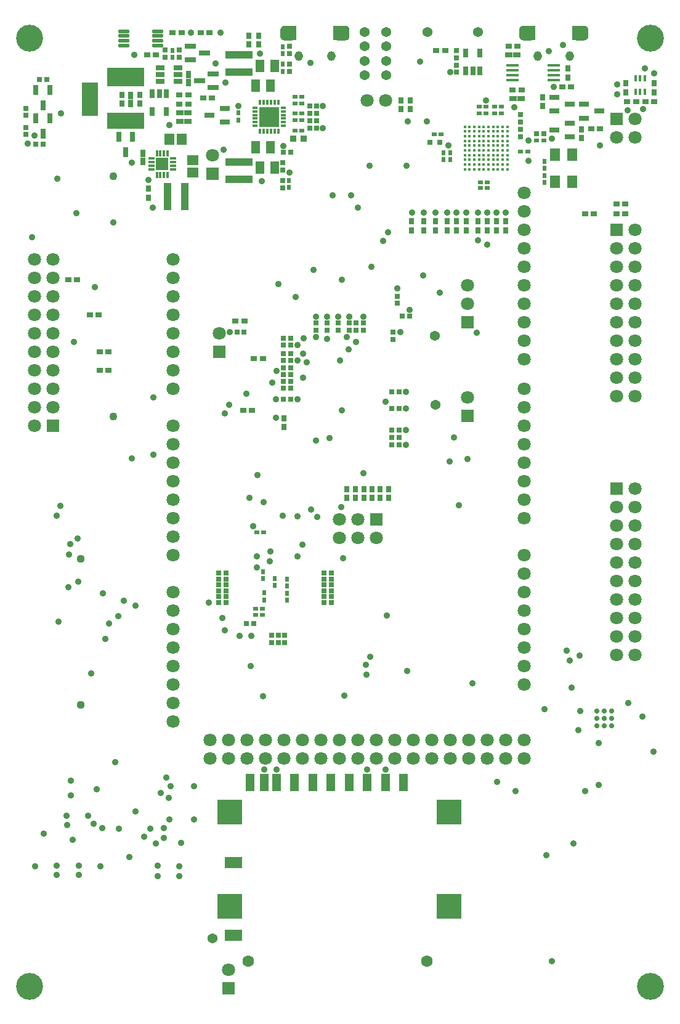
<source format=gbs>
G04 Layer_Color=16711935*
%FSLAX43Y43*%
%MOMM*%
G71*
G01*
G75*
%ADD60R,2.800X2.800*%
%ADD100C,0.700*%
%ADD105C,1.600*%
%ADD165R,0.650X0.700*%
%ADD166R,0.700X0.650*%
%ADD167R,0.900X0.750*%
%ADD168R,0.750X0.600*%
%ADD169R,0.600X0.750*%
%ADD173R,0.750X0.900*%
%ADD174R,1.192X1.700*%
%ADD176R,0.800X0.800*%
%ADD178R,1.000X0.700*%
%ADD179R,0.700X1.000*%
%ADD181R,0.862X0.862*%
%ADD184R,1.600X1.450*%
%ADD185R,1.450X1.600*%
%ADD189R,1.200X0.700*%
%ADD215R,1.400X1.700*%
%ADD231C,3.700*%
%ADD232R,1.800X1.800*%
%ADD233C,1.800*%
%ADD234C,0.100*%
G04:AMPARAMS|DCode=235|XSize=2.2mm|YSize=2mm|CornerRadius=0.544mm|HoleSize=0mm|Usage=FLASHONLY|Rotation=0.000|XOffset=0mm|YOffset=0mm|HoleType=Round|Shape=RoundedRectangle|*
%AMROUNDEDRECTD235*
21,1,2.200,0.912,0,0,0.0*
21,1,1.112,2.000,0,0,0.0*
1,1,1.088,0.556,-0.456*
1,1,1.088,-0.556,-0.456*
1,1,1.088,-0.556,0.456*
1,1,1.088,0.556,0.456*
%
%ADD235ROUNDEDRECTD235*%
G04:AMPARAMS|DCode=236|XSize=1.15mm|YSize=1.35mm|CornerRadius=0.575mm|HoleSize=0mm|Usage=FLASHONLY|Rotation=180.000|XOffset=0mm|YOffset=0mm|HoleType=Round|Shape=RoundedRectangle|*
%AMROUNDEDRECTD236*
21,1,1.150,0.200,0,0,180.0*
21,1,0.000,1.350,0,0,180.0*
1,1,1.150,0.000,0.100*
1,1,1.150,0.000,0.100*
1,1,1.150,0.000,-0.100*
1,1,1.150,0.000,-0.100*
%
%ADD236ROUNDEDRECTD236*%
%ADD237R,1.800X1.800*%
%ADD238R,0.100X0.100*%
%ADD239R,2.300X4.600*%
%ADD240R,5.100X2.300*%
%ADD241R,5.100X2.500*%
%ADD242C,1.100*%
%ADD243C,1.120*%
%ADD244C,0.650*%
%ADD245R,0.750X1.150*%
%ADD246O,1.624X0.481*%
%ADD247O,0.950X0.380*%
%ADD248O,0.380X0.950*%
%ADD249C,1.370*%
%ADD250R,0.700X1.400*%
%ADD251R,1.500X0.700*%
%ADD252R,3.800X1.080*%
%ADD253R,1.080X3.800*%
%ADD254C,0.380*%
%ADD255R,1.400X0.700*%
%ADD256R,1.800X0.450*%
%ADD257R,0.450X0.950*%
%ADD258R,3.400X3.400*%
%ADD259R,1.200X2.400*%
%ADD260R,2.400X1.500*%
%ADD261R,0.330X0.800*%
%ADD262R,0.800X0.330*%
%ADD263C,0.900*%
G36*
X-11398Y-675D02*
X-11396Y-675D01*
X-11348Y-679D01*
X-11347Y-679D01*
X-11345Y-679D01*
X-11292Y-686D01*
X-11289Y-687D01*
X-11285Y-688D01*
X-11232Y-703D01*
X-11230Y-703D01*
X-11228Y-704D01*
X-11185Y-720D01*
X-11183Y-721D01*
X-11181Y-722D01*
X-11139Y-742D01*
X-11137Y-743D01*
X-11134Y-745D01*
X-11090Y-773D01*
X-11088Y-774D01*
X-11087Y-775D01*
X-11049Y-804D01*
X-11047Y-805D01*
X-11046Y-806D01*
X-11007Y-840D01*
X-11004Y-843D01*
X-11001Y-846D01*
X-10972Y-882D01*
X-10971Y-883D01*
X-10971Y-884D01*
X-10943Y-921D01*
X-10941Y-923D01*
X-10940Y-926D01*
X-10916Y-967D01*
X-10915Y-969D01*
X-10914Y-970D01*
X-10894Y-1012D01*
X-10893Y-1014D01*
X-10892Y-1016D01*
X-10876Y-1058D01*
X-10875Y-1061D01*
X-10874Y-1064D01*
X-10862Y-1115D01*
X-10862Y-1117D01*
X-10861Y-1119D01*
X-10854Y-1164D01*
X-10854Y-1166D01*
X-10854Y-1168D01*
X-10850Y-1221D01*
X-10850Y-1223D01*
X-10850Y-1225D01*
Y-2125D01*
X-10850Y-2127D01*
X-10850Y-2129D01*
X-10854Y-2184D01*
X-10854Y-2186D01*
X-10855Y-2189D01*
X-10863Y-2234D01*
X-10863Y-2235D01*
X-10863Y-2237D01*
X-10875Y-2287D01*
X-10876Y-2290D01*
X-10877Y-2294D01*
X-10893Y-2334D01*
X-10906Y-2366D01*
X-10908Y-2370D01*
X-10910Y-2373D01*
X-10935Y-2416D01*
X-10936Y-2418D01*
X-10937Y-2420D01*
X-10963Y-2457D01*
X-10964Y-2458D01*
X-10965Y-2460D01*
X-10996Y-2498D01*
X-10999Y-2500D01*
X-11001Y-2503D01*
X-11046Y-2544D01*
X-11048Y-2546D01*
X-11050Y-2547D01*
X-11090Y-2577D01*
X-11092Y-2578D01*
X-11093Y-2579D01*
X-11139Y-2609D01*
X-11142Y-2610D01*
X-11145Y-2612D01*
X-11198Y-2636D01*
X-11201Y-2637D01*
X-11205Y-2638D01*
X-11292Y-2664D01*
X-11297Y-2665D01*
X-11301Y-2666D01*
X-11301Y-2666D01*
X-11301Y-2666D01*
X-11301D01*
X-11395Y-2675D01*
X-11398Y-2675D01*
X-11400Y-2675D01*
X-13000D01*
X-13010Y-2674D01*
X-13019Y-2671D01*
X-13028Y-2667D01*
X-13036Y-2661D01*
X-13042Y-2653D01*
X-13046Y-2644D01*
X-13049Y-2635D01*
X-13050Y-2625D01*
Y-725D01*
X-13049Y-715D01*
X-13046Y-706D01*
X-13042Y-697D01*
X-13036Y-689D01*
X-13028Y-683D01*
X-13019Y-679D01*
X-13010Y-676D01*
X-13000Y-675D01*
X-11400D01*
X-11398Y-675D01*
D02*
G37*
G36*
X-44232D02*
X-44230Y-675D01*
X-44182Y-679D01*
X-44181Y-679D01*
X-44179Y-679D01*
X-44126Y-686D01*
X-44123Y-687D01*
X-44119Y-688D01*
X-44066Y-703D01*
X-44064Y-703D01*
X-44062Y-704D01*
X-44019Y-720D01*
X-44017Y-721D01*
X-44015Y-722D01*
X-43973Y-742D01*
X-43971Y-743D01*
X-43968Y-745D01*
X-43924Y-773D01*
X-43922Y-774D01*
X-43921Y-775D01*
X-43883Y-804D01*
X-43881Y-805D01*
X-43880Y-806D01*
X-43841Y-840D01*
X-43838Y-843D01*
X-43835Y-846D01*
X-43806Y-882D01*
X-43805Y-883D01*
X-43805Y-884D01*
X-43777Y-921D01*
X-43775Y-923D01*
X-43774Y-926D01*
X-43750Y-967D01*
X-43749Y-969D01*
X-43748Y-970D01*
X-43728Y-1012D01*
X-43727Y-1014D01*
X-43726Y-1016D01*
X-43710Y-1058D01*
X-43709Y-1061D01*
X-43708Y-1064D01*
X-43696Y-1115D01*
X-43696Y-1117D01*
X-43695Y-1119D01*
X-43688Y-1164D01*
X-43688Y-1166D01*
X-43688Y-1168D01*
X-43684Y-1221D01*
X-43684Y-1223D01*
X-43684Y-1225D01*
Y-2125D01*
X-43684Y-2127D01*
X-43684Y-2129D01*
X-43688Y-2184D01*
X-43688Y-2186D01*
X-43689Y-2189D01*
X-43697Y-2234D01*
X-43697Y-2235D01*
X-43697Y-2237D01*
X-43709Y-2287D01*
X-43710Y-2290D01*
X-43711Y-2294D01*
X-43727Y-2334D01*
X-43740Y-2366D01*
X-43742Y-2370D01*
X-43744Y-2373D01*
X-43769Y-2416D01*
X-43770Y-2418D01*
X-43771Y-2420D01*
X-43797Y-2457D01*
X-43798Y-2458D01*
X-43799Y-2460D01*
X-43830Y-2498D01*
X-43833Y-2500D01*
X-43835Y-2503D01*
X-43880Y-2544D01*
X-43882Y-2546D01*
X-43884Y-2547D01*
X-43924Y-2577D01*
X-43926Y-2578D01*
X-43927Y-2579D01*
X-43973Y-2609D01*
X-43976Y-2610D01*
X-43979Y-2612D01*
X-44032Y-2636D01*
X-44035Y-2637D01*
X-44039Y-2638D01*
X-44126Y-2664D01*
X-44131Y-2665D01*
X-44135Y-2666D01*
X-44135Y-2666D01*
X-44135Y-2666D01*
X-44135D01*
X-44229Y-2675D01*
X-44232Y-2675D01*
X-44234Y-2675D01*
X-45834D01*
X-45844Y-2674D01*
X-45853Y-2671D01*
X-45862Y-2667D01*
X-45870Y-2661D01*
X-45876Y-2653D01*
X-45880Y-2644D01*
X-45883Y-2635D01*
X-45884Y-2625D01*
Y-725D01*
X-45883Y-715D01*
X-45880Y-706D01*
X-45876Y-697D01*
X-45870Y-689D01*
X-45862Y-683D01*
X-45853Y-679D01*
X-45844Y-676D01*
X-45834Y-675D01*
X-44234D01*
X-44232Y-675D01*
D02*
G37*
G36*
X-18190Y-676D02*
X-18181Y-679D01*
X-18172Y-683D01*
X-18164Y-689D01*
X-18158Y-697D01*
X-18154Y-706D01*
X-18151Y-715D01*
X-18150Y-725D01*
Y-2625D01*
X-18151Y-2635D01*
X-18154Y-2644D01*
X-18158Y-2653D01*
X-18164Y-2661D01*
X-18172Y-2667D01*
X-18181Y-2671D01*
X-18190Y-2674D01*
X-18200Y-2675D01*
X-19800D01*
X-19802Y-2675D01*
X-19804Y-2675D01*
X-19852Y-2671D01*
X-19853Y-2671D01*
X-19855Y-2671D01*
X-19908Y-2664D01*
X-19911Y-2663D01*
X-19915Y-2662D01*
X-19968Y-2647D01*
X-19970Y-2647D01*
X-19972Y-2646D01*
X-20015Y-2630D01*
X-20017Y-2629D01*
X-20019Y-2628D01*
X-20061Y-2608D01*
X-20063Y-2607D01*
X-20066Y-2605D01*
X-20110Y-2577D01*
X-20112Y-2576D01*
X-20113Y-2575D01*
X-20151Y-2546D01*
X-20153Y-2545D01*
X-20154Y-2544D01*
X-20193Y-2510D01*
X-20196Y-2507D01*
X-20199Y-2504D01*
X-20228Y-2468D01*
X-20229Y-2467D01*
X-20229Y-2466D01*
X-20257Y-2429D01*
X-20259Y-2427D01*
X-20260Y-2424D01*
X-20284Y-2383D01*
X-20285Y-2381D01*
X-20286Y-2380D01*
X-20306Y-2338D01*
X-20307Y-2336D01*
X-20308Y-2334D01*
X-20324Y-2292D01*
X-20325Y-2289D01*
X-20326Y-2286D01*
X-20338Y-2235D01*
X-20338Y-2233D01*
X-20339Y-2231D01*
X-20346Y-2186D01*
X-20346Y-2184D01*
X-20346Y-2182D01*
X-20350Y-2129D01*
X-20350Y-2127D01*
X-20350Y-2125D01*
Y-1225D01*
X-20350Y-1223D01*
X-20350Y-1221D01*
X-20346Y-1166D01*
X-20346Y-1164D01*
X-20345Y-1161D01*
X-20337Y-1116D01*
X-20337Y-1115D01*
X-20337Y-1113D01*
X-20325Y-1063D01*
X-20324Y-1060D01*
X-20323Y-1056D01*
X-20307Y-1016D01*
X-20294Y-984D01*
X-20292Y-980D01*
X-20290Y-977D01*
X-20265Y-934D01*
X-20264Y-932D01*
X-20263Y-930D01*
X-20237Y-893D01*
X-20236Y-892D01*
X-20235Y-890D01*
X-20204Y-852D01*
X-20201Y-850D01*
X-20199Y-847D01*
X-20154Y-806D01*
X-20152Y-804D01*
X-20150Y-803D01*
X-20110Y-773D01*
X-20108Y-772D01*
X-20107Y-771D01*
X-20061Y-742D01*
X-20058Y-740D01*
X-20055Y-738D01*
X-20002Y-714D01*
X-19999Y-713D01*
X-19995Y-712D01*
X-19908Y-686D01*
X-19903Y-685D01*
X-19899Y-684D01*
X-19899Y-684D01*
X-19899Y-684D01*
X-19899D01*
X-19805Y-675D01*
X-19802Y-675D01*
X-19800Y-675D01*
X-18200D01*
X-18190Y-676D01*
D02*
G37*
G36*
X-51024D02*
X-51015Y-679D01*
X-51006Y-683D01*
X-50998Y-689D01*
X-50992Y-697D01*
X-50988Y-706D01*
X-50985Y-715D01*
X-50984Y-725D01*
Y-2625D01*
X-50985Y-2635D01*
X-50988Y-2644D01*
X-50992Y-2653D01*
X-50998Y-2661D01*
X-51006Y-2667D01*
X-51015Y-2671D01*
X-51024Y-2674D01*
X-51034Y-2675D01*
X-52634D01*
X-52636Y-2675D01*
X-52638Y-2675D01*
X-52686Y-2671D01*
X-52687Y-2671D01*
X-52689Y-2671D01*
X-52742Y-2664D01*
X-52745Y-2663D01*
X-52749Y-2662D01*
X-52802Y-2647D01*
X-52804Y-2647D01*
X-52806Y-2646D01*
X-52849Y-2630D01*
X-52851Y-2629D01*
X-52853Y-2628D01*
X-52895Y-2608D01*
X-52897Y-2607D01*
X-52900Y-2605D01*
X-52944Y-2577D01*
X-52946Y-2576D01*
X-52947Y-2575D01*
X-52985Y-2546D01*
X-52987Y-2545D01*
X-52988Y-2544D01*
X-53027Y-2510D01*
X-53030Y-2507D01*
X-53033Y-2504D01*
X-53062Y-2468D01*
X-53063Y-2467D01*
X-53063Y-2466D01*
X-53091Y-2429D01*
X-53093Y-2427D01*
X-53094Y-2424D01*
X-53118Y-2383D01*
X-53119Y-2381D01*
X-53120Y-2380D01*
X-53140Y-2338D01*
X-53141Y-2336D01*
X-53142Y-2334D01*
X-53158Y-2292D01*
X-53159Y-2289D01*
X-53160Y-2286D01*
X-53172Y-2235D01*
X-53172Y-2233D01*
X-53173Y-2231D01*
X-53180Y-2186D01*
X-53180Y-2184D01*
X-53180Y-2182D01*
X-53184Y-2129D01*
X-53184Y-2127D01*
X-53184Y-2125D01*
Y-1225D01*
X-53184Y-1223D01*
X-53184Y-1221D01*
X-53180Y-1166D01*
X-53180Y-1164D01*
X-53179Y-1161D01*
X-53171Y-1116D01*
X-53171Y-1115D01*
X-53171Y-1113D01*
X-53159Y-1063D01*
X-53158Y-1060D01*
X-53157Y-1056D01*
X-53141Y-1016D01*
X-53128Y-984D01*
X-53126Y-980D01*
X-53124Y-977D01*
X-53099Y-934D01*
X-53098Y-932D01*
X-53097Y-930D01*
X-53071Y-893D01*
X-53070Y-892D01*
X-53069Y-890D01*
X-53038Y-852D01*
X-53035Y-850D01*
X-53033Y-847D01*
X-52988Y-806D01*
X-52986Y-804D01*
X-52984Y-803D01*
X-52944Y-773D01*
X-52942Y-772D01*
X-52941Y-771D01*
X-52895Y-742D01*
X-52892Y-740D01*
X-52889Y-738D01*
X-52836Y-714D01*
X-52833Y-713D01*
X-52829Y-712D01*
X-52742Y-686D01*
X-52737Y-685D01*
X-52733Y-684D01*
X-52733Y-684D01*
X-52733Y-684D01*
X-52733D01*
X-52639Y-675D01*
X-52636Y-675D01*
X-52634Y-675D01*
X-51034D01*
X-51024Y-676D01*
D02*
G37*
D60*
X-54732Y-13180D02*
D03*
D100*
X-9675Y-95875D02*
D03*
X-7675D02*
D03*
X-9675Y-96875D02*
D03*
Y-94875D02*
D03*
X-7675Y-96875D02*
D03*
Y-94875D02*
D03*
X-8675Y-95875D02*
D03*
Y-96875D02*
D03*
Y-94875D02*
D03*
D105*
X-33028Y-129200D02*
D03*
X-57628D02*
D03*
D165*
X-37725Y-42750D02*
D03*
Y-43750D02*
D03*
X-37100Y-37825D02*
D03*
Y-38825D02*
D03*
X-48250Y-41526D02*
D03*
Y-42526D02*
D03*
X-46750Y-41526D02*
D03*
Y-42526D02*
D03*
X-45250Y-41526D02*
D03*
Y-42526D02*
D03*
X-43750Y-41526D02*
D03*
Y-42526D02*
D03*
X-42750Y-41526D02*
D03*
Y-42526D02*
D03*
X-41750Y-41526D02*
D03*
Y-42526D02*
D03*
X-54350Y-85416D02*
D03*
Y-84416D02*
D03*
X-53483Y-85416D02*
D03*
Y-84416D02*
D03*
X-52617Y-85416D02*
D03*
Y-84416D02*
D03*
X-49107Y-13711D02*
D03*
Y-14711D02*
D03*
X-48207D02*
D03*
Y-13711D02*
D03*
X-88175Y-12000D02*
D03*
Y-13000D02*
D03*
X-49107Y-12693D02*
D03*
Y-11693D02*
D03*
X-88175Y-14625D02*
D03*
Y-15625D02*
D03*
X-48207Y-11693D02*
D03*
Y-12693D02*
D03*
X-51957Y-5955D02*
D03*
Y-6955D02*
D03*
X-51957Y-4505D02*
D03*
Y-3505D02*
D03*
X-52832Y-19505D02*
D03*
Y-20505D02*
D03*
X-52832Y-21930D02*
D03*
Y-22930D02*
D03*
X-28950Y-4075D02*
D03*
Y-5075D02*
D03*
X-28950Y-6075D02*
D03*
Y-7075D02*
D03*
X-20175Y-15900D02*
D03*
Y-14900D02*
D03*
Y-12900D02*
D03*
Y-13900D02*
D03*
X-67050Y-5021D02*
D03*
Y-4021D02*
D03*
X-69004Y-4020D02*
D03*
Y-5020D02*
D03*
D166*
X-35425Y-40600D02*
D03*
X-36425D02*
D03*
X-36843Y-56264D02*
D03*
X-37843D02*
D03*
X-52767Y-50513D02*
D03*
X-51767D02*
D03*
X-36843Y-53264D02*
D03*
X-37843D02*
D03*
X-36843Y-58251D02*
D03*
X-37843D02*
D03*
X-52767Y-52000D02*
D03*
X-51767D02*
D03*
X-36843Y-50975D02*
D03*
X-37843D02*
D03*
X-52767Y-49550D02*
D03*
X-51767D02*
D03*
X-36843Y-57251D02*
D03*
X-37843D02*
D03*
X-52767Y-47641D02*
D03*
X-51767D02*
D03*
X-52767Y-48600D02*
D03*
X-51767D02*
D03*
X-57848Y-82777D02*
D03*
X-56848D02*
D03*
X-61665Y-79905D02*
D03*
X-60665D02*
D03*
X-61665Y-79100D02*
D03*
X-60665D02*
D03*
X-61665Y-78295D02*
D03*
X-60665D02*
D03*
X-61665Y-77490D02*
D03*
X-60665D02*
D03*
X-61665Y-76685D02*
D03*
X-60665D02*
D03*
X-61665Y-75880D02*
D03*
X-60665D02*
D03*
X-46210Y-75891D02*
D03*
X-47210D02*
D03*
X-46210Y-76696D02*
D03*
X-47210D02*
D03*
X-46210Y-77501D02*
D03*
X-47210D02*
D03*
X-46210Y-78306D02*
D03*
X-47210D02*
D03*
X-46210Y-79111D02*
D03*
X-47210D02*
D03*
X-46210Y-79916D02*
D03*
X-47210D02*
D03*
X-52757Y-18080D02*
D03*
X-51757D02*
D03*
X-86325Y-8025D02*
D03*
X-85325D02*
D03*
X-86825Y-16950D02*
D03*
X-85825D02*
D03*
X-16975Y-15525D02*
D03*
X-17975D02*
D03*
X-51767Y-45705D02*
D03*
X-52767D02*
D03*
X-51767Y-44522D02*
D03*
X-52767D02*
D03*
X-51762Y-43606D02*
D03*
X-52762D02*
D03*
X-59170Y-42775D02*
D03*
X-58170D02*
D03*
X-51767Y-46702D02*
D03*
X-52767D02*
D03*
D167*
X-30550Y-4075D02*
D03*
X-31750D02*
D03*
X-67056Y-10216D02*
D03*
X-65856D02*
D03*
X-79377Y-40421D02*
D03*
X-78177D02*
D03*
X-82359Y-35560D02*
D03*
X-81159D02*
D03*
X-78050Y-45494D02*
D03*
X-76850D02*
D03*
X-78050Y-48034D02*
D03*
X-76850D02*
D03*
X-57060Y-53525D02*
D03*
X-58260D02*
D03*
X-55603Y-46394D02*
D03*
X-56803D02*
D03*
X-58150Y-41250D02*
D03*
X-59350D02*
D03*
X-71500Y-4675D02*
D03*
X-70300D02*
D03*
X-65856Y-11430D02*
D03*
X-67056D02*
D03*
X-66777Y-1650D02*
D03*
X-67977D02*
D03*
X-62918D02*
D03*
X-64118D02*
D03*
X-63800Y-10625D02*
D03*
X-62600D02*
D03*
X-21250Y-9500D02*
D03*
X-20050D02*
D03*
X-21800Y-3525D02*
D03*
X-20600D02*
D03*
X-14400Y-9075D02*
D03*
X-13200D02*
D03*
X-5800Y-25200D02*
D03*
X-7000D02*
D03*
X-5800Y-26500D02*
D03*
X-7000D02*
D03*
X-10125D02*
D03*
X-11325D02*
D03*
X-5500Y-11100D02*
D03*
X-4300D02*
D03*
X-3000D02*
D03*
X-1800D02*
D03*
X-9275Y-14850D02*
D03*
X-10475D02*
D03*
D168*
X-55507Y-70321D02*
D03*
X-56457D02*
D03*
X-56605Y-81623D02*
D03*
X-55655D02*
D03*
X-56605Y-80773D02*
D03*
X-55655D02*
D03*
X-50232Y-13661D02*
D03*
X-51182D02*
D03*
X-50232Y-12743D02*
D03*
X-51182D02*
D03*
X-50232Y-15080D02*
D03*
X-51182D02*
D03*
X-50232Y-11324D02*
D03*
X-51182D02*
D03*
X-50232Y-10405D02*
D03*
X-51182D02*
D03*
X-24775Y-22950D02*
D03*
X-25725D02*
D03*
X-24775Y-22200D02*
D03*
X-25725D02*
D03*
X-19200Y-18000D02*
D03*
X-20150D02*
D03*
X-22800Y-12700D02*
D03*
X-23750D02*
D03*
X-22800Y-11800D02*
D03*
X-23750D02*
D03*
X-25850Y-12700D02*
D03*
X-24900D02*
D03*
X-25850Y-11800D02*
D03*
X-24900D02*
D03*
X-32025Y-15600D02*
D03*
X-31075D02*
D03*
X-17000Y-16425D02*
D03*
X-17950D02*
D03*
D169*
X-16900Y-21225D02*
D03*
Y-22175D02*
D03*
Y-20275D02*
D03*
Y-19325D02*
D03*
X-52300Y-77675D02*
D03*
Y-76725D02*
D03*
X-53922Y-76650D02*
D03*
Y-77600D02*
D03*
X-52300Y-79625D02*
D03*
Y-78675D02*
D03*
X-55377Y-78625D02*
D03*
Y-79575D02*
D03*
X-55547Y-76650D02*
D03*
Y-75700D02*
D03*
X-52832Y-6930D02*
D03*
Y-5980D02*
D03*
X-52832Y-4480D02*
D03*
Y-3530D02*
D03*
X-52007Y-21930D02*
D03*
Y-22880D02*
D03*
X-58982Y-13605D02*
D03*
Y-12655D02*
D03*
X-30750Y-19075D02*
D03*
Y-18125D02*
D03*
X-29875Y-19075D02*
D03*
Y-18125D02*
D03*
X-67986Y-4046D02*
D03*
Y-4996D02*
D03*
D173*
X-27631Y-27562D02*
D03*
Y-28762D02*
D03*
X-28956Y-27562D02*
D03*
Y-28762D02*
D03*
X-35131Y-27569D02*
D03*
Y-28769D02*
D03*
X-40600Y-64350D02*
D03*
Y-65550D02*
D03*
X-52725Y-54600D02*
D03*
Y-55800D02*
D03*
X-44028Y-65549D02*
D03*
Y-64349D02*
D03*
X-39478Y-64349D02*
D03*
Y-65549D02*
D03*
X-41728Y-65549D02*
D03*
Y-64349D02*
D03*
X-42878Y-64349D02*
D03*
Y-65549D02*
D03*
X-38328Y-64349D02*
D03*
Y-65549D02*
D03*
X-71300Y-24275D02*
D03*
Y-23075D02*
D03*
X-35325Y-10950D02*
D03*
Y-12150D02*
D03*
X-36600Y-12150D02*
D03*
Y-10950D02*
D03*
X-33481Y-27569D02*
D03*
Y-28769D02*
D03*
X-22191Y-28762D02*
D03*
Y-27562D02*
D03*
X-23466Y-28762D02*
D03*
Y-27562D02*
D03*
X-24741Y-28762D02*
D03*
Y-27562D02*
D03*
X-26016Y-28762D02*
D03*
Y-27562D02*
D03*
X-31881Y-28769D02*
D03*
Y-27569D02*
D03*
X-17100Y-10500D02*
D03*
Y-11700D02*
D03*
X-13675Y-6575D02*
D03*
Y-7775D02*
D03*
X-11800Y-14900D02*
D03*
Y-16100D02*
D03*
X-57507Y-2030D02*
D03*
Y-3230D02*
D03*
X-1800Y-8600D02*
D03*
Y-9800D02*
D03*
X-5700Y-9800D02*
D03*
Y-8600D02*
D03*
X-56132Y-3230D02*
D03*
Y-2030D02*
D03*
X-30281Y-28762D02*
D03*
Y-27562D02*
D03*
X-72526Y-10160D02*
D03*
Y-11360D02*
D03*
X-74983Y-11369D02*
D03*
Y-10169D02*
D03*
D174*
X-56032Y-6155D02*
D03*
X-54000D02*
D03*
X-56032Y-20205D02*
D03*
X-54000D02*
D03*
X-56607Y-8905D02*
D03*
X-54575D02*
D03*
X-56582Y-17405D02*
D03*
X-54550D02*
D03*
D176*
X-31250Y-16700D02*
D03*
X-32650D02*
D03*
D178*
X-21750Y-4650D02*
D03*
X-20650D02*
D03*
X-21200Y-10675D02*
D03*
X-20100D02*
D03*
X-65906Y-12637D02*
D03*
X-67006D02*
D03*
X-67006Y-13834D02*
D03*
X-65906D02*
D03*
D179*
X-72125Y-18225D02*
D03*
Y-19325D02*
D03*
X-65857Y-7359D02*
D03*
Y-8459D02*
D03*
X-73755Y-11319D02*
D03*
Y-10219D02*
D03*
D181*
X-51405Y-16205D02*
D03*
X-50008D02*
D03*
D184*
X-65200Y-19175D02*
D03*
Y-20825D02*
D03*
D185*
X-66775Y-16300D02*
D03*
X-68425D02*
D03*
D189*
X-69699Y-6437D02*
D03*
Y-7387D02*
D03*
Y-8337D02*
D03*
X-67299D02*
D03*
Y-7387D02*
D03*
Y-6437D02*
D03*
D215*
X-13100Y-22150D02*
D03*
Y-18350D02*
D03*
X-15400D02*
D03*
Y-22150D02*
D03*
D231*
X-2350Y-2350D02*
D03*
Y-132650D02*
D03*
X-87650D02*
D03*
Y-2350D02*
D03*
D232*
X-69425Y-19675D02*
D03*
X-60350Y-132945D02*
D03*
X-27442Y-54295D02*
D03*
X-6970Y-64290D02*
D03*
X-61550Y-45500D02*
D03*
X-6970Y-28730D02*
D03*
Y-13490D02*
D03*
X-62510Y-20987D02*
D03*
X-84440Y-55654D02*
D03*
X-27442Y-41430D02*
D03*
D233*
X-60350Y-130405D02*
D03*
X-27442Y-51755D02*
D03*
X-4430Y-74450D02*
D03*
Y-64290D02*
D03*
Y-66830D02*
D03*
X-6970D02*
D03*
X-4430Y-69370D02*
D03*
X-6970D02*
D03*
X-4430Y-71910D02*
D03*
X-6970D02*
D03*
Y-74450D02*
D03*
Y-87150D02*
D03*
Y-84610D02*
D03*
X-4430D02*
D03*
X-6970Y-82070D02*
D03*
X-4430D02*
D03*
X-6970Y-79530D02*
D03*
X-4430D02*
D03*
Y-76990D02*
D03*
X-6970D02*
D03*
X-4430Y-87150D02*
D03*
X-19670Y-58194D02*
D03*
Y-55654D02*
D03*
Y-50574D02*
D03*
Y-53114D02*
D03*
Y-63274D02*
D03*
Y-60734D02*
D03*
Y-65814D02*
D03*
Y-68354D02*
D03*
Y-81054D02*
D03*
Y-78514D02*
D03*
Y-73434D02*
D03*
Y-75974D02*
D03*
Y-86134D02*
D03*
Y-83594D02*
D03*
Y-88674D02*
D03*
Y-91214D02*
D03*
X-67930Y-42954D02*
D03*
Y-45494D02*
D03*
Y-50574D02*
D03*
Y-48034D02*
D03*
Y-37874D02*
D03*
Y-40414D02*
D03*
Y-35334D02*
D03*
Y-32794D02*
D03*
Y-65814D02*
D03*
Y-68354D02*
D03*
Y-73434D02*
D03*
Y-70894D02*
D03*
Y-60734D02*
D03*
Y-63274D02*
D03*
Y-58194D02*
D03*
Y-55654D02*
D03*
X-61550Y-42960D02*
D03*
X-39990Y-71021D02*
D03*
X-42530D02*
D03*
X-45070D02*
D03*
X-42530Y-68481D02*
D03*
X-45070D02*
D03*
X-47610Y-98834D02*
D03*
Y-101374D02*
D03*
X-45070Y-98834D02*
D03*
Y-101374D02*
D03*
X-50150Y-98834D02*
D03*
Y-101374D02*
D03*
X-52690D02*
D03*
Y-98834D02*
D03*
X-55230Y-101374D02*
D03*
Y-98834D02*
D03*
X-57770Y-101374D02*
D03*
Y-98834D02*
D03*
X-60310Y-101374D02*
D03*
Y-98834D02*
D03*
X-42530D02*
D03*
Y-101374D02*
D03*
X-39990Y-98834D02*
D03*
Y-101374D02*
D03*
X-37450Y-98834D02*
D03*
Y-101374D02*
D03*
X-34910Y-98834D02*
D03*
Y-101374D02*
D03*
X-32370D02*
D03*
Y-98834D02*
D03*
X-19670D02*
D03*
Y-101374D02*
D03*
X-22210D02*
D03*
Y-98834D02*
D03*
X-24750Y-101374D02*
D03*
Y-98834D02*
D03*
X-27290Y-101374D02*
D03*
Y-98834D02*
D03*
X-29830Y-101374D02*
D03*
Y-98834D02*
D03*
X-62850D02*
D03*
Y-101374D02*
D03*
X-41270Y-10950D02*
D03*
X-38730D02*
D03*
X-4430Y-38890D02*
D03*
Y-28730D02*
D03*
Y-31270D02*
D03*
X-6970D02*
D03*
X-4430Y-33810D02*
D03*
X-6970D02*
D03*
X-4430Y-36350D02*
D03*
X-6970D02*
D03*
Y-38890D02*
D03*
Y-51590D02*
D03*
Y-49050D02*
D03*
X-4430D02*
D03*
X-6970Y-46510D02*
D03*
X-4430D02*
D03*
X-6970Y-43970D02*
D03*
X-4430D02*
D03*
Y-41430D02*
D03*
X-6970D02*
D03*
X-4430Y-51590D02*
D03*
Y-13490D02*
D03*
Y-16030D02*
D03*
X-6970D02*
D03*
X-62510Y-18447D02*
D03*
X-84440Y-45494D02*
D03*
X-86980D02*
D03*
X-84440Y-48034D02*
D03*
X-86980D02*
D03*
X-84440Y-50574D02*
D03*
X-86980D02*
D03*
X-84440Y-53114D02*
D03*
X-86980D02*
D03*
Y-55654D02*
D03*
Y-42954D02*
D03*
Y-40414D02*
D03*
X-84440D02*
D03*
X-86980Y-37874D02*
D03*
X-84440D02*
D03*
X-86980Y-35334D02*
D03*
X-84440D02*
D03*
X-86980Y-32794D02*
D03*
X-84440D02*
D03*
Y-42954D02*
D03*
X-27442Y-38890D02*
D03*
Y-36350D02*
D03*
X-19670Y-23650D02*
D03*
Y-26190D02*
D03*
Y-46510D02*
D03*
Y-43970D02*
D03*
Y-38890D02*
D03*
Y-41430D02*
D03*
Y-31270D02*
D03*
Y-28730D02*
D03*
Y-33810D02*
D03*
Y-36350D02*
D03*
X-67930Y-88674D02*
D03*
Y-91214D02*
D03*
Y-96294D02*
D03*
Y-93754D02*
D03*
Y-83594D02*
D03*
Y-86134D02*
D03*
Y-81054D02*
D03*
Y-78514D02*
D03*
D234*
X-67925Y-123475D02*
D03*
Y-129775D02*
D03*
X-80425Y-123525D02*
D03*
Y-129825D02*
D03*
D235*
X-44784Y-1675D02*
D03*
X-52084D02*
D03*
X-11950D02*
D03*
X-19250D02*
D03*
D236*
X-50659Y-4800D02*
D03*
X-46209D02*
D03*
X-17825D02*
D03*
X-13375D02*
D03*
D237*
X-39990Y-68481D02*
D03*
D238*
X-22425Y-129095D02*
D03*
X-9725D02*
D03*
D239*
X-79350Y-10750D02*
D03*
D240*
X-74450Y-13700D02*
D03*
D241*
Y-7700D02*
D03*
D242*
X-76185Y-54384D02*
D03*
Y-21364D02*
D03*
D243*
X-80670Y-94010D02*
D03*
Y-73890D02*
D03*
D244*
X-69925Y-19175D02*
D03*
Y-20175D02*
D03*
X-68925D02*
D03*
Y-19175D02*
D03*
D245*
X-25772Y-6875D02*
D03*
X-26725D02*
D03*
X-27678D02*
D03*
Y-4425D02*
D03*
X-25772D02*
D03*
X-68865Y-10013D02*
D03*
X-69818D02*
D03*
X-70771D02*
D03*
X-68865Y-12463D02*
D03*
X-70771D02*
D03*
D246*
X-70063Y-3375D02*
D03*
Y-2725D02*
D03*
Y-2075D02*
D03*
Y-1425D02*
D03*
X-74687Y-1425D02*
D03*
Y-2075D02*
D03*
Y-2725D02*
D03*
Y-3375D02*
D03*
D247*
X-67950Y-20425D02*
D03*
Y-19925D02*
D03*
Y-19425D02*
D03*
Y-18925D02*
D03*
X-70900D02*
D03*
Y-19425D02*
D03*
Y-19925D02*
D03*
Y-20425D02*
D03*
D248*
X-68675Y-18200D02*
D03*
X-69175D02*
D03*
X-69675D02*
D03*
X-70175D02*
D03*
Y-21150D02*
D03*
X-69675D02*
D03*
X-69175D02*
D03*
X-68675D02*
D03*
D249*
X-62500Y-126100D02*
D03*
X-31950Y-43250D02*
D03*
X-31825Y-52750D02*
D03*
X-41600Y-1500D02*
D03*
X-38600D02*
D03*
X-41600Y-3500D02*
D03*
Y-5500D02*
D03*
X-38600D02*
D03*
X-41600Y-7500D02*
D03*
X-38600Y-3500D02*
D03*
Y-7500D02*
D03*
X-33000Y-1500D02*
D03*
X-26000D02*
D03*
D250*
X-85825Y-15475D02*
D03*
X-84875Y-13375D02*
D03*
X-86775D02*
D03*
X-85825Y-11600D02*
D03*
X-84875Y-9500D02*
D03*
X-86775D02*
D03*
X-74450Y-18025D02*
D03*
X-73500Y-15925D02*
D03*
X-75400D02*
D03*
D251*
X-62398Y-7268D02*
D03*
Y-9168D02*
D03*
X-64298Y-8218D02*
D03*
X-65523Y-3456D02*
D03*
Y-5356D02*
D03*
X-63623Y-4406D02*
D03*
D252*
X-58857Y-4645D02*
D03*
Y-7015D02*
D03*
Y-21740D02*
D03*
Y-19370D02*
D03*
D253*
X-66315Y-24125D02*
D03*
X-68685D02*
D03*
D254*
X-27825Y-14550D02*
D03*
X-27175D02*
D03*
X-26525D02*
D03*
X-25875D02*
D03*
X-25225D02*
D03*
X-24575D02*
D03*
X-23925D02*
D03*
X-23275D02*
D03*
X-22625D02*
D03*
X-21975D02*
D03*
X-27825Y-15200D02*
D03*
X-27175D02*
D03*
X-26525D02*
D03*
X-25875D02*
D03*
X-25225D02*
D03*
X-24575D02*
D03*
X-23925D02*
D03*
X-23275D02*
D03*
X-22625D02*
D03*
X-21975D02*
D03*
X-27825Y-15850D02*
D03*
X-27175D02*
D03*
X-26525D02*
D03*
X-25875D02*
D03*
X-25225D02*
D03*
X-24575D02*
D03*
X-23925D02*
D03*
X-23275D02*
D03*
X-22625D02*
D03*
X-27825Y-16500D02*
D03*
X-27175D02*
D03*
X-26525D02*
D03*
X-25875D02*
D03*
X-25225D02*
D03*
X-24575D02*
D03*
X-23925D02*
D03*
X-23275D02*
D03*
X-22625D02*
D03*
X-27825Y-17150D02*
D03*
X-27175D02*
D03*
X-26525D02*
D03*
X-25875D02*
D03*
X-25225D02*
D03*
X-24575D02*
D03*
X-23925D02*
D03*
X-23275D02*
D03*
X-22625D02*
D03*
X-27825Y-18450D02*
D03*
X-27175D02*
D03*
X-26525D02*
D03*
X-25875D02*
D03*
X-25225D02*
D03*
X-24575D02*
D03*
X-23925D02*
D03*
X-23275D02*
D03*
X-22625D02*
D03*
X-27825Y-19100D02*
D03*
X-27175D02*
D03*
X-26525D02*
D03*
X-25875D02*
D03*
X-25225D02*
D03*
X-24575D02*
D03*
X-23925D02*
D03*
X-23275D02*
D03*
X-22625D02*
D03*
X-27825Y-19750D02*
D03*
X-27175D02*
D03*
X-26525D02*
D03*
X-25875D02*
D03*
X-25225D02*
D03*
X-24575D02*
D03*
X-23925D02*
D03*
X-23275D02*
D03*
X-22625D02*
D03*
X-27825Y-20400D02*
D03*
X-27175D02*
D03*
X-26525D02*
D03*
X-25875D02*
D03*
X-25225D02*
D03*
X-24575D02*
D03*
X-23925D02*
D03*
X-23275D02*
D03*
X-22625D02*
D03*
X-27825Y-17800D02*
D03*
X-27175D02*
D03*
X-26525D02*
D03*
X-25875D02*
D03*
X-25225D02*
D03*
X-24575D02*
D03*
X-23925D02*
D03*
X-23275D02*
D03*
X-22625D02*
D03*
X-21975D02*
D03*
Y-15850D02*
D03*
Y-16500D02*
D03*
Y-17150D02*
D03*
Y-18450D02*
D03*
Y-19100D02*
D03*
Y-19750D02*
D03*
Y-20400D02*
D03*
D255*
X-11450Y-13350D02*
D03*
Y-11450D02*
D03*
X-9350Y-12400D02*
D03*
X-15550Y-12400D02*
D03*
Y-10500D02*
D03*
X-13450Y-11450D02*
D03*
Y-14050D02*
D03*
Y-15950D02*
D03*
X-15550Y-15000D02*
D03*
X-60798Y-13931D02*
D03*
Y-12031D02*
D03*
X-62898Y-12981D02*
D03*
D256*
X-21325Y-8100D02*
D03*
Y-7450D02*
D03*
Y-6800D02*
D03*
Y-6150D02*
D03*
X-15625Y-8100D02*
D03*
Y-7450D02*
D03*
Y-6800D02*
D03*
Y-6150D02*
D03*
D257*
X-4375Y-7875D02*
D03*
X-3725D02*
D03*
X-3075D02*
D03*
Y-9725D02*
D03*
X-3725D02*
D03*
X-4375D02*
D03*
D258*
X-29978Y-121700D02*
D03*
Y-108700D02*
D03*
X-60128D02*
D03*
Y-121700D02*
D03*
D259*
X-38748Y-104700D02*
D03*
X-41248D02*
D03*
X-43748D02*
D03*
X-46248D02*
D03*
X-48748D02*
D03*
X-51248D02*
D03*
X-53678D02*
D03*
X-55378D02*
D03*
X-36248D02*
D03*
X-57378D02*
D03*
D260*
X-59628Y-115650D02*
D03*
Y-125700D02*
D03*
D261*
X-53482Y-15130D02*
D03*
X-53982D02*
D03*
X-54482D02*
D03*
X-54982D02*
D03*
X-55482D02*
D03*
X-55982D02*
D03*
Y-11230D02*
D03*
X-55482D02*
D03*
X-54982D02*
D03*
X-54482D02*
D03*
X-53982D02*
D03*
X-53482D02*
D03*
D262*
X-56682Y-14430D02*
D03*
Y-13930D02*
D03*
Y-13430D02*
D03*
Y-12930D02*
D03*
Y-12430D02*
D03*
Y-11930D02*
D03*
X-52782D02*
D03*
Y-12430D02*
D03*
Y-12930D02*
D03*
Y-13430D02*
D03*
Y-13930D02*
D03*
Y-14430D02*
D03*
D263*
X-63020Y-79905D02*
D03*
X-60797Y-83723D02*
D03*
X-61162Y-82034D02*
D03*
X-82203Y-73353D02*
D03*
X-82075Y-71925D02*
D03*
X-81050Y-71100D02*
D03*
X-83939Y-68039D02*
D03*
X-83392Y-66634D02*
D03*
X-80967Y-77076D02*
D03*
X-82325Y-77853D02*
D03*
X-77591Y-78658D02*
D03*
X-74687Y-79715D02*
D03*
X-73090Y-80379D02*
D03*
X-75436Y-81807D02*
D03*
X-76780Y-82827D02*
D03*
X-77252Y-84924D02*
D03*
X-15875Y-16200D02*
D03*
X-15625Y-9075D02*
D03*
X-16275Y-4125D02*
D03*
X-70750Y-25675D02*
D03*
X-71300Y-21850D02*
D03*
X-83350Y-12700D02*
D03*
X-87025Y-15800D02*
D03*
X-9250Y-17125D02*
D03*
X-5450Y-12300D02*
D03*
X-3075Y-6550D02*
D03*
X-21000Y-11900D02*
D03*
X-19050Y-16425D02*
D03*
X-24900Y-10900D02*
D03*
X-29850Y-7075D02*
D03*
X-30050Y-17150D02*
D03*
X-61425Y-1650D02*
D03*
X-68411Y-14313D02*
D03*
X-73300Y-4675D02*
D03*
X-60707Y-8480D02*
D03*
X-60982Y-17730D02*
D03*
X-73625Y-19525D02*
D03*
X-62050Y-5875D02*
D03*
X-44750Y-53525D02*
D03*
X-49950Y-43600D02*
D03*
X-50050Y-45700D02*
D03*
X-54647Y-74225D02*
D03*
X-73625Y-60125D02*
D03*
X-65025Y-105150D02*
D03*
X-60806Y-53943D02*
D03*
X-60200Y-52750D02*
D03*
X-50855Y-44522D02*
D03*
X-48975Y-67147D02*
D03*
X-52827Y-68008D02*
D03*
X-45025Y-46702D02*
D03*
X-48263Y-57644D02*
D03*
X-56950Y-69422D02*
D03*
X-50139Y-71990D02*
D03*
X-50794Y-73575D02*
D03*
X-54575Y-72925D02*
D03*
X-56450Y-75150D02*
D03*
X-60125Y-42775D02*
D03*
X-50855Y-46702D02*
D03*
X-53796Y-54565D02*
D03*
X-48100Y-68178D02*
D03*
X-57436Y-65581D02*
D03*
X-44567Y-73842D02*
D03*
X-56447Y-73575D02*
D03*
X-87950Y-16875D02*
D03*
X-40700Y-33800D02*
D03*
X-83708Y-82550D02*
D03*
X-65475Y-1650D02*
D03*
X-48618Y-34197D02*
D03*
X-53475Y-36125D02*
D03*
X-38748Y-102900D02*
D03*
X-1800Y-7250D02*
D03*
X-23400Y-104575D02*
D03*
X-50825Y-68075D02*
D03*
X-56303Y-62403D02*
D03*
X-9450Y-105025D02*
D03*
X-35675Y-13825D02*
D03*
X-33050Y-13775D02*
D03*
X-69225Y-112300D02*
D03*
X-69175Y-110925D02*
D03*
X-70300Y-113050D02*
D03*
X-1925Y-100425D02*
D03*
X-9425Y-99250D02*
D03*
X-34000Y-5600D02*
D03*
X-16585Y-114665D02*
D03*
X-12900Y-113025D02*
D03*
X-15850Y-129225D02*
D03*
X-20850Y-105825D02*
D03*
X-12000Y-94825D02*
D03*
X-5325Y-93700D02*
D03*
X-57875Y-51225D02*
D03*
X-3425Y-95625D02*
D03*
X-41752Y-62178D02*
D03*
X-70653Y-51753D02*
D03*
X-35750Y-89375D02*
D03*
X-41400Y-88525D02*
D03*
X-41375Y-89825D02*
D03*
X-40800Y-87350D02*
D03*
X-70653Y-59628D02*
D03*
X-41248Y-102900D02*
D03*
X-53678D02*
D03*
X-55377D02*
D03*
X-44400Y-92700D02*
D03*
X-12075Y-87200D02*
D03*
X-79225Y-89700D02*
D03*
X-26825Y-91048D02*
D03*
X-13425Y-87925D02*
D03*
X-13800Y-86575D02*
D03*
X-11305Y-105850D02*
D03*
X-58957Y-11680D02*
D03*
X-83925Y-116050D02*
D03*
X-80875Y-117350D02*
D03*
X-80900Y-116050D02*
D03*
X-69625Y-106075D02*
D03*
X-77664Y-110950D02*
D03*
X-75925Y-101850D02*
D03*
X-82025Y-104374D02*
D03*
X-75400Y-111025D02*
D03*
X-77900Y-116150D02*
D03*
X-86900D02*
D03*
X-83925Y-117350D02*
D03*
X-70050Y-116125D02*
D03*
Y-117500D02*
D03*
X-67050D02*
D03*
X-67075Y-116200D02*
D03*
X-87300Y-29700D02*
D03*
X-56032Y-4530D02*
D03*
X-29300Y-57225D02*
D03*
X-29925Y-60525D02*
D03*
X-27475Y-60200D02*
D03*
X-13150Y-91625D02*
D03*
X-73975Y-114875D02*
D03*
X-47332Y-11693D02*
D03*
Y-14711D02*
D03*
X-46425Y-57300D02*
D03*
X-38550Y-81700D02*
D03*
X-26009Y-30166D02*
D03*
X-24734Y-30725D02*
D03*
X-31875Y-26375D02*
D03*
X-33475Y-26375D02*
D03*
X-30275Y-26368D02*
D03*
X-35125Y-26375D02*
D03*
X-28950Y-26368D02*
D03*
X-27625D02*
D03*
X-22184Y-26368D02*
D03*
X-23459Y-26368D02*
D03*
X-24734D02*
D03*
X-26009Y-26368D02*
D03*
X-6850Y-8750D02*
D03*
Y-10050D02*
D03*
X-3300Y-12150D02*
D03*
X-31250Y-37375D02*
D03*
X-44750Y-35550D02*
D03*
X-39100Y-30250D02*
D03*
X-76150Y-27700D02*
D03*
X-81550Y-44100D02*
D03*
X-78661Y-36587D02*
D03*
X-65025Y-109750D02*
D03*
X-71950Y-112125D02*
D03*
X-68295Y-105150D02*
D03*
X-68875Y-104000D02*
D03*
X-66800Y-112925D02*
D03*
X-81725Y-112525D02*
D03*
X-68525Y-106775D02*
D03*
X-78450Y-105625D02*
D03*
X-82525Y-110525D02*
D03*
X-82550Y-109225D02*
D03*
X-55550Y-92830D02*
D03*
X-81186Y-26411D02*
D03*
X-16861Y-94586D02*
D03*
X-82025Y-106400D02*
D03*
X-19075Y-19250D02*
D03*
X-79600Y-109275D02*
D03*
X-78850Y-110375D02*
D03*
X-85675Y-111700D02*
D03*
X-14300Y-3275D02*
D03*
X-55782Y-22005D02*
D03*
X-42530Y-25675D02*
D03*
X-58800Y-84475D02*
D03*
X-57275Y-88675D02*
D03*
X-83850Y-21725D02*
D03*
X-33525Y-34950D02*
D03*
X-12225Y-97475D02*
D03*
X-68425Y-109750D02*
D03*
X-73100Y-108650D02*
D03*
X-71075Y-111000D02*
D03*
X-57175Y-84475D02*
D03*
X-51907Y-20805D02*
D03*
X-52757Y-17205D02*
D03*
X-43500Y-23969D02*
D03*
X-46040D02*
D03*
X-40960Y-19893D02*
D03*
X-38368Y-29053D02*
D03*
X-35880Y-19893D02*
D03*
X-51111Y-37966D02*
D03*
X-49084Y-5747D02*
D03*
X-26200Y-42875D02*
D03*
X-28650Y-66600D02*
D03*
X-35950Y-56264D02*
D03*
Y-58250D02*
D03*
Y-50975D02*
D03*
Y-53264D02*
D03*
X-38710Y-52341D02*
D03*
X-36675Y-42750D02*
D03*
X-35425Y-39700D02*
D03*
X-48250Y-40650D02*
D03*
X-46750D02*
D03*
X-45250D02*
D03*
X-43750D02*
D03*
X-43776Y-45173D02*
D03*
X-54300Y-49750D02*
D03*
X-53683Y-48121D02*
D03*
X-50794Y-52000D02*
D03*
X-50081Y-49050D02*
D03*
X-49587Y-46934D02*
D03*
X-53775Y-52000D02*
D03*
X-42750Y-44125D02*
D03*
X-44075Y-43450D02*
D03*
X-46750Y-43700D02*
D03*
X-48250Y-43450D02*
D03*
X-37100Y-36750D02*
D03*
X-41750Y-40650D02*
D03*
X-55450Y-66100D02*
D03*
X-44800Y-66800D02*
D03*
M02*

</source>
